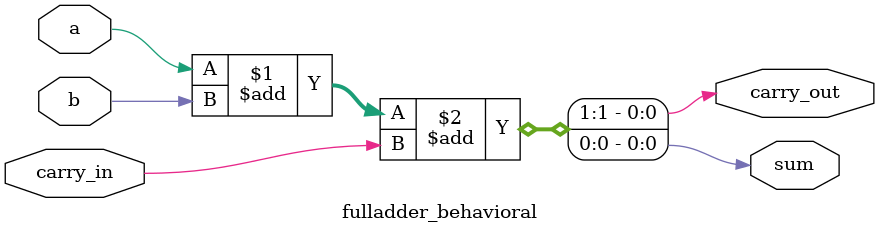
<source format=v>
module fulladder_behavioral(sum, carry_out, a, b, carry_in);

   input a, b, carry_in;
   output sum, carry_out;

   assign {carry_out, sum} = a + b + carry_in;

endmodule // fulladder_behavioral

</source>
